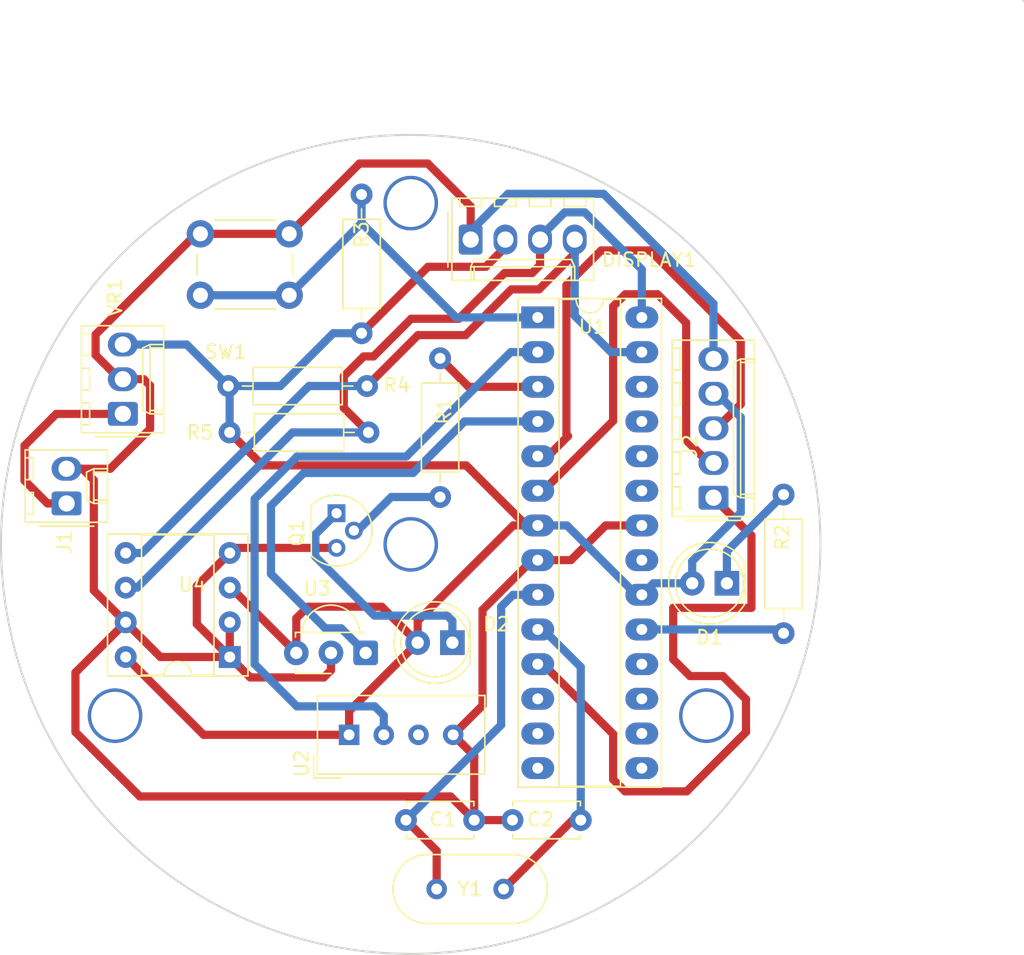
<source format=kicad_pcb>
(kicad_pcb (version 20211014) (generator pcbnew)
  (layers (0 "F.Cu" signal) (31 "B.Cu" signal) (34 "B.Paste" user) (35 "F.Paste" user) (36 "B.SilkS" user "B.Silkscreen") (37 "F.SilkS" user "F.Silkscreen") (38 "B.Mask" user) (39 "F.Mask" user) (44 "Edge.Cuts" user))
  (net 0 "")
  (net 1 "GND")
  (net 2 "Net-(DISPLAY1-Pad4)")
  (net 3 "Net-(C1-Pad1)")
  (net 4 "Net-(C2-Pad1)")
  (net 5 "Net-(DISPLAY1-Pad3)")
  (net 6 "Net-(J2-Pad1)")
  (net 7 "Net-(Q1-Pad2)")
  (net 8 "Net-(D1-Pad1)")
  (net 9 "Net-(J2-Pad2)")
  (net 10 "Net-(J2-Pad3)")
  (net 11 "AREF")
  (net 12 "Net-(R1-Pad1)")
  (net 13 "Net-(J1-Pad1)")
  (net 14 "Net-(D1-Pad2)")
  (net 15 "Net-(D2-PadA)")
  (net 16 "Net-(R2-Pad2)")
  (net 17 "Net-(R3-Pad1)")
  (net 18 "Net-(U1-Pad2)")
  (net 19 "Net-(U1-Pad4)")
  (footprint "Package_DIP:DIP-28_W7.62mm_Socket_LongPads" (layer "F.Cu") (at 153.781802 87.906802)
    (fp_text reference "U1" (at 4 0.675) (layer "F.SilkS"))
    (fp_text value "ATmega328-P")
    (fp_line (start 6.06 -1.33) (end 4.81 -1.33) (layer "F.SilkS") (width 0.12))
    (fp_line (start -1.44 34.41) (end 9.06 34.41) (layer "F.SilkS") (width 0.12))
    (fp_line (start -1.44 -1.39) (end -1.44 34.41) (layer "F.SilkS") (width 0.12))
    (fp_line (start 1.56 -1.33) (end 1.56 34.35) (layer "F.SilkS") (width 0.12))
    (fp_line (start 9.06 -1.39) (end -1.44 -1.39) (layer "F.SilkS") (width 0.12))
    (fp_line (start 6.06 34.35) (end 6.06 -1.33) (layer "F.SilkS") (width 0.12))
    (fp_line (start 2.81 -1.33) (end 1.56 -1.33) (layer "F.SilkS") (width 0.12))
    (fp_line (start 1.56 34.35) (end 6.06 34.35) (layer "F.SilkS") (width 0.12))
    (fp_line (start 9.06 34.41) (end 9.06 -1.39) (layer "F.SilkS") (width 0.12))
    (fp_arc (start 4.81 -1.33) (mid 3.81 -0.33) (end 2.81 -1.33) (layer "F.SilkS") (width 0.12))
    (pad "1" thru_hole rect (at 0 0) (size 2.4 1.6) (drill 0.8) (layers *.Cu *.Mask) (net 17 "Net-(R3-Pad1)"))
    (pad "2" thru_hole oval (at 0 2.54) (size 2.4 1.6) (drill 0.8) (layers *.Cu *.Mask) (net 18 "Net-(U1-Pad2)"))
    (pad "3" thru_hole oval (at 0 5.08) (size 2.4 1.6) (drill 0.8) (layers *.Cu *.Mask) (net 12 "Net-(R1-Pad1)"))
    (pad "4" thru_hole oval (at 0 7.62) (size 2.4 1.6) (drill 0.8) (layers *.Cu *.Mask) (net 19 "Net-(U1-Pad4)"))
    (pad "5" thru_hole oval (at 0 10.16) (size 2.4 1.6) (drill 0.8) (layers *.Cu *.Mask) (net 10 "Net-(J2-Pad3)"))
    (pad "6" thru_hole oval (at 0 12.7) (size 2.4 1.6) (drill 0.8) (layers *.Cu *.Mask) (net 9 "Net-(J2-Pad2)"))
    (pad "7" thru_hole oval (at 0 15.24) (size 2.4 1.6) (drill 0.8) (layers *.Cu *.Mask) (net 14 "Net-(D1-Pad2)"))
    (pad "8" thru_hole oval (at 0 17.78) (size 2.4 1.6) (drill 0.8) (layers *.Cu *.Mask) (net 1 "GND"))
    (pad "9" thru_hole oval (at 0 20.32) (size 2.4 1.6) (drill 0.8) (layers *.Cu *.Mask) (net 3 "Net-(C1-Pad1)"))
    (pad "10" thru_hole oval (at 0 22.86) (size 2.4 1.6) (drill 0.8) (layers *.Cu *.Mask) (net 4 "Net-(C2-Pad1)"))
    (pad "11" thru_hole oval (at 0 25.4) (size 2.4 1.6) (drill 0.8) (layers *.Cu *.Mask) (net 6 "Net-(J2-Pad1)"))
    (pad "12" thru_hole oval (at 0 27.94) (size 2.4 1.6) (drill 0.8) (layers *.Cu *.Mask))
    (pad "13" thru_hole oval (at 0 30.48) (size 2.4 1.6) (drill 0.8) (layers *.Cu *.Mask))
    (pad "14" thru_hole oval (at 0 33.02) (size 2.4 1.6) (drill 0.8) (layers *.Cu *.Mask))
    (pad "15" thru_hole oval (at 7.62 33.02) (size 2.4 1.6) (drill 0.8) (layers *.Cu *.Mask))
    (pad "16" thru_hole oval (at 7.62 30.48) (size 2.4 1.6) (drill 0.8) (layers *.Cu *.Mask))
    (pad "17" thru_hole oval (at 7.62 27.94) (size 2.4 1.6) (drill 0.8) (layers *.Cu *.Mask))
    (pad "18" thru_hole oval (at 7.62 25.4) (size 2.4 1.6) (drill 0.8) (layers *.Cu *.Mask))
    (pad "19" thru_hole oval (at 7.62 22.86) (size 2.4 1.6) (drill 0.8) (layers *.Cu *.Mask) (net 16 "Net-(R2-Pad2)"))
    (pad "20" thru_hole oval (at 7.62 20.32) (size 2.4 1.6) (drill 0.8) (layers *.Cu *.Mask) (net 14 "Net-(D1-Pad2)"))
    (pad "21" thru_hole oval (at 7.62 17.78) (size 2.4 1.6) (drill 0.8) (layers *.Cu *.Mask) (net 11 "AREF"))
    (pad "22" thru_hole oval (at 7.62 15.24) (size 2.4 1.6) (drill 0.8) (layers *.Cu *.Mask) (net 1 "GND"))
    (pad "23" thru_hole oval (at 7.62 12.7) (size 2.4 1.6) (drill 0.8) (layers *.Cu *.Mask))
    (pad "24" thru_hole oval (at 7.62 10.16) (size 2.4 1.6) (drill 0.8) (layers *.Cu *.Mask))
    (pad "25" thru_hole oval (at 7.62 7.62) (size 2.4 1.6) (drill 0.8) (layers *.Cu *.Mask))
    (pad "26" thru_hole oval (at 7.62 5.08) (size 2.4 1.6) (drill 0.8) (layers *.Cu *.Mask))
    (pad "27" thru_hole oval (at 7.62 2.54) (size 2.4 1.6) (drill 0.8) (layers *.Cu *.Mask) (net 2 "Net-(DISPLAY1-Pad4)"))
    (pad "28" thru_hole oval (at 7.62 0) (size 2.4 1.6) (drill 0.8) (layers *.Cu *.Mask) (net 5 "Net-(DISPLAY1-Pad3)"))
  )
  (footprint "Crystal:Crystal_HC18-U_Vertical" (layer "F.Cu") (at 146.381802 129.781802)
    (fp_text reference "Y1" (at 2.45 0) (layer "F.SilkS"))
    (fp_text value "16MHZ" hide)
    (fp_line (start -0.675 -2.525) (end 5.575 -2.525) (layer "F.SilkS") (width 0.12))
    (fp_line (start -0.675 2.525) (end 5.575 2.525) (layer "F.SilkS") (width 0.12))
    (fp_arc (start -0.675 2.525) (mid -3.2 0) (end -0.675 -2.525) (layer "F.SilkS") (width 0.12))
    (fp_arc (start 5.575 -2.525) (mid 8.1 0) (end 5.575 2.525) (layer "F.SilkS") (width 0.12))
    (pad "1" thru_hole circle (at 0 0) (size 1.5 1.5) (drill 0.8) (layers *.Cu *.Mask) (net 3 "Net-(C1-Pad1)"))
    (pad "2" thru_hole circle (at 4.9 0) (size 1.5 1.5) (drill 0.8) (layers *.Cu *.Mask) (net 4 "Net-(C2-Pad1)"))
  )
  (footprint "Resistor_THT:R_Axial_DIN0207_L6.3mm_D2.5mm_P10.16mm_Horizontal" (layer "F.Cu") (at 140.881802 78.901802 -90)
    (fp_text reference "R3" (at 2.93 0 90) (layer "F.SilkS"))
    (fp_text value "100")
    (fp_line (start 1.81 1.37) (end 8.35 1.37) (layer "F.SilkS") (width 0.12))
    (fp_line (start 8.35 -1.37) (end 1.81 -1.37) (layer "F.SilkS") (width 0.12))
    (fp_line (start 1.81 -1.37) (end 1.81 1.37) (layer "F.SilkS") (width 0.12))
    (fp_line (start 9.12 0) (end 8.35 0) (layer "F.SilkS") (width 0.12))
    (fp_line (start 8.35 1.37) (end 8.35 -1.37) (layer "F.SilkS") (width 0.12))
    (fp_line (start 1.04 0) (end 1.81 0) (layer "F.SilkS") (width 0.12))
    (pad "1" thru_hole circle (at 0 0 270) (size 1.6 1.6) (drill 0.8) (layers *.Cu *.Mask) (net 17 "Net-(R3-Pad1)"))
    (pad "2" thru_hole oval (at 10.16 0 270) (size 1.6 1.6) (drill 0.8) (layers *.Cu *.Mask) (net 14 "Net-(D1-Pad2)"))
  )
  (footprint "Connector_Molex:Molex_KK-254_AE-6410-03A_1x03_P2.54mm_Vertical" (layer "F.Cu") (at 123.401802 94.971802 90)
    (fp_text reference "VR1" (at 8.54 -0.57 90) (layer "F.SilkS"))
    (fp_text value "L7805")
    (fp_line (start 0 1.99) (end 0.25 1.46) (layer "F.SilkS") (width 0.12))
    (fp_line (start 4.28 -3.03) (end 4.28 -2.43) (layer "F.SilkS") (width 0.12))
    (fp_line (start 0 2.99) (end 0 1.99) (layer "F.SilkS") (width 0.12))
    (fp_line (start -0.8 -3.03) (end -0.8 -2.43) (layer "F.SilkS") (width 0.12))
    (fp_line (start 5.88 -2.43) (end 5.88 -3.03) (layer "F.SilkS") (width 0.12))
    (fp_line (start 4.83 1.46) (end 5.08 1.99) (layer "F.SilkS") (width 0.12))
    (fp_line (start 0 1.99) (end 5.08 1.99) (layer "F.SilkS") (width 0.12))
    (fp_line (start 1.74 -2.43) (end 3.34 -2.43) (layer "F.SilkS") (width 0.12))
    (fp_line (start 4.28 -2.43) (end 5.88 -2.43) (layer "F.SilkS") (width 0.12))
    (fp_line (start 0.25 2.99) (end 0.25 1.99) (layer "F.SilkS") (width 0.12))
    (fp_line (start -0.8 -2.43) (end 0.8 -2.43) (layer "F.SilkS") (width 0.12))
    (fp_line (start 0.25 1.46) (end 4.83 1.46) (layer "F.SilkS") (width 0.12))
    (fp_line (start 0.8 -2.43) (end 0.8 -3.03) (layer "F.SilkS") (width 0.12))
    (fp_line (start 4.83 2.99) (end 4.83 1.99) (layer "F.SilkS") (width 0.12))
    (fp_line (start -1.38 2.99) (end 6.46 2.99) (layer "F.SilkS") (width 0.12))
    (fp_line (start 6.46 2.99) (end 6.46 -3.03) (layer "F.SilkS") (width 0.12))
    (fp_line (start 5.08 1.99) (end 5.08 2.99) (layer "F.SilkS") (width 0.12))
    (fp_line (start 3.34 -2.43) (end 3.34 -3.03) (layer "F.SilkS") (width 0.12))
    (fp_line (start -1.67 -2) (end -1.67 2) (layer "F.SilkS") (width 0.12))
    (fp_line (start 1.74 -3.03) (end 1.74 -2.43) (layer "F.SilkS") (width 0.12))
    (fp_line (start -1.38 -3.03) (end -1.38 2.99) (layer "F.SilkS") (width 0.12))
    (fp_line (start 6.46 -3.03) (end -1.38 -3.03) (layer "F.SilkS") (width 0.12))
    (pad "1" thru_hole roundrect (at 0 0 90) (size 1.74 2.19) (drill 1.19) (layers *.Cu *.Mask) (roundrect_rratio 0.1436781609) (net 13 "Net-(J1-Pad1)"))
    (pad "2" thru_hole oval (at 2.54 0 90) (size 1.74 2.19) (drill 1.19) (layers *.Cu *.Mask) (net 1 "GND"))
    (pad "3" thru_hole oval (at 5.08 0 90) (size 1.74 2.19) (drill 1.19) (layers *.Cu *.Mask) (net 14 "Net-(D1-Pad2)"))
  )
  (footprint "Button_Switch_THT:SW_PUSH_6mm" (layer "F.Cu") (at 129.081802 81.781802)
    (fp_text reference "SW1" (at 1.85 8.65) (layer "F.SilkS"))
    (fp_text value "SW_Push")
    (fp_line (start 5.5 -1) (end 1 -1) (layer "F.SilkS") (width 0.12))
    (fp_line (start 6.75 3) (end 6.75 1.5) (layer "F.SilkS") (width 0.12))
    (fp_line (start 1 5.5) (end 5.5 5.5) (layer "F.SilkS") (width 0.12))
    (fp_line (start -0.25 1.5) (end -0.25 3) (layer "F.SilkS") (width 0.12))
    (pad "1" thru_hole circle (at 0 0 90) (size 2 2) (drill 1.1) (layers *.Cu *.Mask) (net 1 "GND"))
    (pad "1" thru_hole circle (at 6.5 0 90) (size 2 2) (drill 1.1) (layers *.Cu *.Mask) (net 1 "GND"))
    (pad "2" thru_hole circle (at 0 4.5 90) (size 2 2) (drill 1.1) (layers *.Cu *.Mask) (net 17 "Net-(R3-Pad1)"))
    (pad "2" thru_hole circle (at 6.5 4.5 90) (size 2 2) (drill 1.1) (layers *.Cu *.Mask) (net 17 "Net-(R3-Pad1)"))
  )
  (footprint "Resistor_THT:R_Axial_DIN0207_L6.3mm_D2.5mm_P10.16mm_Horizontal" (layer "F.Cu") (at 146.631802 90.901802 -90)
    (fp_text reference "R1" (at 3.88 -0.3 90) (layer "F.SilkS"))
    (fp_text value "470")
    (fp_line (start 8.35 -1.37) (end 1.81 -1.37) (layer "F.SilkS") (width 0.12))
    (fp_line (start 1.81 1.37) (end 8.35 1.37) (layer "F.SilkS") (width 0.12))
    (fp_line (start 9.12 0) (end 8.35 0) (layer "F.SilkS") (width 0.12))
    (fp_line (start 1.81 -1.37) (end 1.81 1.37) (layer "F.SilkS") (width 0.12))
    (fp_line (start 1.04 0) (end 1.81 0) (layer "F.SilkS") (width 0.12))
    (fp_line (start 8.35 1.37) (end 8.35 -1.37) (layer "F.SilkS") (width 0.12))
    (pad "1" thru_hole circle (at 0 0 270) (size 1.6 1.6) (drill 0.8) (layers *.Cu *.Mask) (net 12 "Net-(R1-Pad1)"))
    (pad "2" thru_hole oval (at 10.16 0 270) (size 1.6 1.6) (drill 0.8) (layers *.Cu *.Mask) (net 7 "Net-(Q1-Pad2)"))
  )
  (footprint "Package_DIP:DIP-8_W7.62mm_Socket" (layer "F.Cu") (at 131.231802 112.781802 180)
    (fp_text reference "U4" (at 2.75 5.3) (layer "F.SilkS"))
    (fp_text value "CAT24C256")
    (fp_line (start 8.95 -1.39) (end -1.33 -1.39) (layer "F.SilkS") (width 0.12))
    (fp_line (start 6.46 -1.33) (end 4.81 -1.33) (layer "F.SilkS") (width 0.12))
    (fp_line (start 2.81 -1.33) (end 1.16 -1.33) (layer "F.SilkS") (width 0.12))
    (fp_line (start 1.16 8.95) (end 6.46 8.95) (layer "F.SilkS") (width 0.12))
    (fp_line (start 6.46 8.95) (end 6.46 -1.33) (layer "F.SilkS") (width 0.12))
    (fp_line (start 1.16 -1.33) (end 1.16 8.95) (layer "F.SilkS") (width 0.12))
    (fp_line (start 8.95 9.01) (end 8.95 -1.39) (layer "F.SilkS") (width 0.12))
    (fp_line (start -1.33 9.01) (end 8.95 9.01) (layer "F.SilkS") (width 0.12))
    (fp_line (start -1.33 -1.39) (end -1.33 9.01) (layer "F.SilkS") (width 0.12))
    (fp_arc (start 4.81 -1.33) (mid 3.81 -0.33) (end 2.81 -1.33) (layer "F.SilkS") (width 0.12))
    (pad "1" thru_hole rect (at 0 0 180) (size 1.6 1.6) (drill 0.8) (layers *.Cu *.Mask) (net 1 "GND"))
    (pad "2" thru_hole oval (at 0 2.54 180) (size 1.6 1.6) (drill 0.8) (layers *.Cu *.Mask) (net 1 "GND"))
    (pad "3" thru_hole oval (at 0 5.08 180) (size 1.6 1.6) (drill 0.8) (layers *.Cu *.Mask) (net 14 "Net-(D1-Pad2)"))
    (pad "4" thru_hole oval (at 0 7.62 180) (size 1.6 1.6) (drill 0.8) (layers *.Cu *.Mask) (net 1 "GND"))
    (pad "5" thru_hole oval (at 7.62 7.62 180) (size 1.6 1.6) (drill 0.8) (layers *.Cu *.Mask) (net 2 "Net-(DISPLAY1-Pad4)"))
    (pad "6" thru_hole oval (at 7.62 5.08 180) (size 1.6 1.6) (drill 0.8) (layers *.Cu *.Mask) (net 5 "Net-(DISPLAY1-Pad3)"))
    (pad "7" thru_hole oval (at 7.62 2.54 180) (size 1.6 1.6) (drill 0.8) (layers *.Cu *.Mask) (net 1 "GND"))
    (pad "8" thru_hole oval (at 7.62 0 180) (size 1.6 1.6) (drill 0.8) (layers *.Cu *.Mask) (net 14 "Net-(D1-Pad2)"))
  )
  (footprint "Connector_Molex:Molex_KK-254_AE-6410-02A_1x02_P2.54mm_Vertical" (layer "F.Cu") (at 119.281802 101.531802 90)
    (fp_text reference "J1" (at -2.85 -0.15 90) (layer "F.SilkS"))
    (fp_text value "Conn_01x02_Male")
    (fp_line (start 0 1.99) (end 0.25 1.46) (layer "F.SilkS") (width 0.12))
    (fp_line (start -0.8 -2.43) (end 0.8 -2.43) (layer "F.SilkS") (width 0.12))
    (fp_line (start -1.67 -2) (end -1.67 2) (layer "F.SilkS") (width 0.12))
    (fp_line (start 3.34 -2.43) (end 3.34 -3.03) (layer "F.SilkS") (width 0.12))
    (fp_line (start -0.8 -3.03) (end -0.8 -2.43) (layer "F.SilkS") (width 0.12))
    (fp_line (start 3.92 2.99) (end 3.92 -3.03) (layer "F.SilkS") (width 0.12))
    (fp_line (start -1.38 2.99) (end 3.92 2.99) (layer "F.SilkS") (width 0.12))
    (fp_line (start 2.29 2.99) (end 2.29 1.99) (layer "F.SilkS") (width 0.12))
    (fp_line (start -1.38 -3.03) (end -1.38 2.99) (layer "F.SilkS") (width 0.12))
    (fp_line (start 0.25 1.46) (end 2.29 1.46) (layer "F.SilkS") (width 0.12))
    (fp_line (start 2.29 1.46) (end 2.54 1.99) (layer "F.SilkS") (width 0.12))
    (fp_line (start 0 2.99) (end 0 1.99) (layer "F.SilkS") (width 0.12))
    (fp_line (start 0 1.99) (end 2.54 1.99) (layer "F.SilkS") (width 0.12))
    (fp_line (start 1.74 -2.43) (end 3.34 -2.43) (layer "F.SilkS") (width 0.12))
    (fp_line (start 1.74 -3.03) (end 1.74 -2.43) (layer "F.SilkS") (width 0.12))
    (fp_line (start 0.8 -2.43) (end 0.8 -3.03) (layer "F.SilkS") (width 0.12))
    (fp_line (start 3.92 -3.03) (end -1.38 -3.03) (layer "F.SilkS") (width 0.12))
    (fp_line (start 2.54 1.99) (end 2.54 2.99) (layer "F.SilkS") (width 0.12))
    (fp_line (start 0.25 2.99) (end 0.25 1.99) (layer "F.SilkS") (width 0.12))
    (pad "1" thru_hole roundrect (at 0 0 90) (size 1.74 2.19) (drill 1.19) (layers *.Cu *.Mask) (roundrect_rratio 0.1436781609) (net 13 "Net-(J1-Pad1)"))
    (pad "2" thru_hole oval (at 2.54 0 90) (size 1.74 2.19) (drill 1.19) (layers *.Cu *.Mask) (net 1 "GND"))
  )
  (footprint "Connector_Molex:Molex_KK-254_AE-6410-04A_1x04_P2.54mm_Vertical" (layer "F.Cu") (at 148.871802 82.201802)
    (fp_text reference "DISPLAY1" (at 13.06 1.48) (layer "F.SilkS"))
    (fp_text value "SSD1306")
    (fp_line (start 0 2.99) (end 0 1.99) (layer "F.SilkS") (width 0.12))
    (fp_line (start 4.28 -2.43) (end 5.88 -2.43) (layer "F.SilkS") (width 0.12))
    (fp_line (start 8.42 -2.43) (end 8.42 -3.03) (layer "F.SilkS") (width 0.12))
    (fp_line (start 0 1.99) (end 0.25 1.46) (layer "F.SilkS") (width 0.12))
    (fp_line (start -0.8 -2.43) (end 0.8 -2.43) (layer "F.SilkS") (width 0.12))
    (fp_line (start 7.37 2.99) (end 7.37 1.99) (layer "F.SilkS") (width 0.12))
    (fp_line (start 4.28 -3.03) (end 4.28 -2.43) (layer "F.SilkS") (width 0.12))
    (fp_line (start -1.67 -2) (end -1.67 2) (layer "F.SilkS") (width 0.12))
    (fp_line (start 0 1.99) (end 7.62 1.99) (layer "F.SilkS") (width 0.12))
    (fp_line (start 7.62 1.99) (end 7.62 2.99) (layer "F.SilkS") (width 0.12))
    (fp_line (start 9 2.99) (end 9 -3.03) (layer "F.SilkS") (width 0.12))
    (fp_line (start -1.38 2.99) (end 9 2.99) (layer "F.SilkS") (width 0.12))
    (fp_line (start 0.25 2.99) (end 0.25 1.99) (layer "F.SilkS") (width 0.12))
    (fp_line (start 7.37 1.46) (end 7.62 1.99) (layer "F.SilkS") (width 0.12))
    (fp_line (start 3.34 -2.43) (end 3.34 -3.03) (layer "F.SilkS") (width 0.12))
    (fp_line (start -0.8 -3.03) (end -0.8 -2.43) (layer "F.SilkS") (width 0.12))
    (fp_line (start 6.82 -2.43) (end 8.42 -2.43) (layer "F.SilkS") (width 0.12))
    (fp_line (start 1.74 -3.03) (end 1.74 -2.43) (layer "F.SilkS") (width 0.12))
    (fp_line (start 9 -3.03) (end -1.38 -3.03) (layer "F.SilkS") (width 0.12))
    (fp_line (start 0.25 1.46) (end 7.37 1.46) (layer "F.SilkS") (width 0.12))
    (fp_line (start -1.38 -3.03) (end -1.38 2.99) (layer "F.SilkS") (width 0.12))
    (fp_line (start 1.74 -2.43) (end 3.34 -2.43) (layer "F.SilkS") (width 0.12))
    (fp_line (start 0.8 -2.43) (end 0.8 -3.03) (layer "F.SilkS") (width 0.12))
    (fp_line (start 5.88 -2.43) (end 5.88 -3.03) (layer "F.SilkS") (width 0.12))
    (fp_line (start 6.82 -3.03) (end 6.82 -2.43) (layer "F.SilkS") (width 0.12))
    (pad "1" thru_hole roundrect (at 0 0) (size 1.74 2.19) (drill 1.19) (layers *.Cu *.Mask) (roundrect_rratio 0.1436781609) (net 1 "GND"))
    (pad "2" thru_hole oval (at 2.54 0) (size 1.74 2.19) (drill 1.19) (layers *.Cu *.Mask) (net 14 "Net-(D1-Pad2)"))
    (pad "3" thru_hole oval (at 5.08 0) (size 1.74 2.19) (drill 1.19) (layers *.Cu *.Mask) (net 5 "Net-(DISPLAY1-Pad3)"))
    (pad "4" thru_hole oval (at 7.62 0) (size 1.74 2.19) (drill 1.19) (layers *.Cu *.Mask) (net 2 "Net-(DISPLAY1-Pad4)"))
  )
  (footprint "Capacitor_THT:C_Disc_D4.7mm_W2.5mm_P5.00mm" (layer "F.Cu") (at 144.131802 124.731802)
    (fp_text reference "C1" (at 2.7 -0.05) (layer "F.SilkS"))
    (fp_text value "22UF" hide)
    (fp_line (start 0.03 -1.37) (end 4.97 -1.37) (layer "F.SilkS") (width 0.12))
    (fp_line (start 0.03 1.37) (end 4.97 1.37) (layer "F.SilkS") (width 0.12))
    (fp_line (start 4.97 -1.37) (end 4.97 -1.055) (layer "F.SilkS") (width 0.12))
    (fp_line (start 0.03 1.055) (end 0.03 1.37) (layer "F.SilkS") (width 0.12))
    (fp_line (start 0.03 -1.37) (end 0.03 -1.055) (layer "F.SilkS") (width 0.12))
    (fp_line (start 4.97 1.055) (end 4.97 1.37) (layer "F.SilkS") (width 0.12))
    (pad "1" thru_hole circle (at 0 0) (size 1.6 1.6) (drill 0.8) (layers *.Cu *.Mask) (net 3 "Net-(C1-Pad1)"))
    (pad "2" thru_hole circle (at 5 0) (size 1.6 1.6) (drill 0.8) (layers *.Cu *.Mask) (net 1 "GND"))
  )
  (footprint "LED_THT:LED_D5.0mm" (layer "F.Cu") (at 167.631802 107.381802 180)
    (fp_text reference "D1" (at 1.27 -3.96) (layer "F.SilkS"))
    (fp_text value "LED")
    (fp_line (start -1.29 -1.545) (end -1.29 1.545) (layer "F.SilkS") (width 0.12))
    (fp_arc (start -1.29 -1.54483) (mid 2.072002 -2.880433) (end 4.26 0.000462) (layer "F.SilkS") (width 0.12))
    (fp_arc (start 4.26 -0.000462) (mid 2.072002 2.880433) (end -1.29 1.54483) (layer "F.SilkS") (width 0.12))
    (fp_circle (center 1.27 0) (end 3.77 0) (layer "F.SilkS") (width 0.12) (fill none))
    (pad "1" thru_hole rect (at 0 0 180) (size 1.8 1.8) (drill 0.9) (layers *.Cu *.Mask) (net 8 "Net-(D1-Pad1)"))
    (pad "2" thru_hole circle (at 2.54 0 180) (size 1.8 1.8) (drill 0.9) (layers *.Cu *.Mask) (net 14 "Net-(D1-Pad2)"))
  )
  (footprint "Capacitor_THT:C_Disc_D4.7mm_W2.5mm_P5.00mm" (layer "F.Cu") (at 156.931802 124.731802 180)
    (fp_text reference "C2" (at 2.95 0.05) (layer "F.SilkS"))
    (fp_text value "22UF" hide)
    (fp_line (start 0.03 1.055) (end 0.03 1.37) (layer "F.SilkS") (width 0.12))
    (fp_line (start 0.03 -1.37) (end 4.97 -1.37) (layer "F.SilkS") (width 0.12))
    (fp_line (start 0.03 1.37) (end 4.97 1.37) (layer "F.SilkS") (width 0.12))
    (fp_line (start 4.97 1.055) (end 4.97 1.37) (layer "F.SilkS") (width 0.12))
    (fp_line (start 0.03 -1.37) (end 0.03 -1.055) (layer "F.SilkS") (width 0.12))
    (fp_line (start 4.97 -1.37) (end 4.97 -1.055) (layer "F.SilkS") (width 0.12))
    (pad "1" thru_hole circle (at 0 0 180) (size 1.6 1.6) (drill 0.8) (layers *.Cu *.Mask) (net 4 "Net-(C2-Pad1)"))
    (pad "2" thru_hole circle (at 5 0 180) (size 1.6 1.6) (drill 0.8) (layers *.Cu *.Mask) (net 1 "GND"))
  )
  (footprint "Connector_Molex:Molex_KK-254_AE-6410-05A_1x05_P2.54mm_Vertical" (layer "F.Cu") (at 166.651802 101.111802 90)
    (fp_text reference "J2" (at 3.78 -1.72 90) (layer "F.SilkS"))
    (fp_text value "Conn_01x05_Male")
    (fp_line (start 5.88 -2.43) (end 5.88 -3.03) (layer "F.SilkS") (width 0.12))
    (fp_line (start 6.82 -3.03) (end 6.82 -2.43) (layer "F.SilkS") (width 0.12))
    (fp_line (start 10.16 1.99) (end 10.16 2.99) (layer "F.SilkS") (width 0.12))
    (fp_line (start -1.67 -2) (end -1.67 2) (layer "F.SilkS") (width 0.12))
    (fp_line (start 0.25 2.99) (end 0.25 1.99) (layer "F.SilkS") (width 0.12))
    (fp_line (start 4.28 -3.03) (end 4.28 -2.43) (layer "F.SilkS") (width 0.12))
    (fp_line (start 11.54 -3.03) (end -1.38 -3.03) (layer "F.SilkS") (width 0.12))
    (fp_line (start -0.8 -3.03) (end -0.8 -2.43) (layer "F.SilkS") (width 0.12))
    (fp_line (start 1.74 -2.43) (end 3.34 -2.43) (layer "F.SilkS") (width 0.12))
    (fp_line (start 0 2.99) (end 0 1.99) (layer "F.SilkS") (width 0.12))
    (fp_line (start 9.36 -3.03) (end 9.36 -2.43) (layer "F.SilkS") (width 0.12))
    (fp_line (start 0 1.99) (end 0.25 1.46) (layer "F.SilkS") (width 0.12))
    (fp_line (start 10.96 -2.43) (end 10.96 -3.03) (layer "F.SilkS") (width 0.12))
    (fp_line (start 11.54 2.99) (end 11.54 -3.03) (layer "F.SilkS") (width 0.12))
    (fp_line (start 1.74 -3.03) (end 1.74 -2.43) (layer "F.SilkS") (width 0.12))
    (fp_line (start 0.8 -2.43) (end 0.8 -3.03) (layer "F.SilkS") (width 0.12))
    (fp_line (start 6.82 -2.43) (end 8.42 -2.43) (layer "F.SilkS") (width 0.12))
    (fp_line (start 3.34 -2.43) (end 3.34 -3.03) (layer "F.SilkS") (width 0.12))
    (fp_line (start -1.38 -3.03) (end -1.38 2.99) (layer "F.SilkS") (width 0.12))
    (fp_line (start 9.36 -2.43) (end 10.96 -2.43) (layer "F.SilkS") (width 0.12))
    (fp_line (start -1.38 2.99) (end 11.54 2.99) (layer "F.SilkS") (width 0.12))
    (fp_line (start -0.8 -2.43) (end 0.8 -2.43) (layer "F.SilkS") (width 0.12))
    (fp_line (start 9.91 1.46) (end 10.16 1.99) (layer "F.SilkS") (width 0.12))
    (fp_line (start 9.91 2.99) (end 9.91 1.99) (layer "F.SilkS") (width 0.12))
    (fp_line (start 4.28 -2.43) (end 5.88 -2.43) (layer "F.SilkS") (width 0.12))
    (fp_line (start 0 1.99) (end 10.16 1.99) (layer "F.SilkS") (width 0.12))
    (fp_line (start 0.25 1.46) (end 9.91 1.46) (layer "F.SilkS") (width 0.12))
    (fp_line (start 8.42 -2.43) (end 8.42 -3.03) (layer "F.SilkS") (width 0.12))
    (pad "1" thru_hole roundrect (at 0 0 90) (size 1.74 2.19) (drill 1.19) (layers *.Cu *.Mask) (roundrect_rratio 0.1436781609) (net 6 "Net-(J2-Pad1)"))
    (pad "2" thru_hole oval (at 2.54 0 90) (size 1.74 2.19) (drill 1.19) (layers *.Cu *.Mask) (net 9 "Net-(J2-Pad2)"))
    (pad "3" thru_hole oval (at 5.08 0 90) (size 1.74 2.19) (drill 1.19) (layers *.Cu *.Mask) (net 10 "Net-(J2-Pad3)"))
    (pad "4" thru_hole oval (at 7.62 0 90) (size 1.74 2.19) (drill 1.19) (layers *.Cu *.Mask) (net 14 "Net-(D1-Pad2)"))
    (pad "5" thru_hole oval (at 10.16 0 90) (size 1.74 2.19) (drill 1.19) (layers *.Cu *.Mask) (net 1 "GND"))
  )
  (footprint "Resistor_THT:R_Axial_DIN0207_L6.3mm_D2.5mm_P10.16mm_Horizontal" (layer "F.Cu") (at 141.381802 96.331802 180)
    (fp_text reference "R5" (at 12.33 0) (layer "F.SilkS"))
    (fp_text value "4.7k")
    (fp_line (start 1.81 1.37) (end 8.35 1.37) (layer "F.SilkS") (width 0.12))
    (fp_line (start 8.35 -1.37) (end 1.81 -1.37) (layer "F.SilkS") (width 0.12))
    (fp_line (start 1.81 -1.37) (end 1.81 1.37) (layer "F.SilkS") (width 0.12))
    (fp_line (start 9.12 0) (end 8.35 0) (layer "F.SilkS") (width 0.12))
    (fp_line (start 1.04 0) (end 1.81 0) (layer "F.SilkS") (width 0.12))
    (fp_line (start 8.35 1.37) (end 8.35 -1.37) (layer "F.SilkS") (width 0.12))
    (pad "1" thru_hole circle (at 0 0 180) (size 1.6 1.6) (drill 0.8) (layers *.Cu *.Mask) (net 5 "Net-(DISPLAY1-Pad3)"))
    (pad "2" thru_hole oval (at 10.16 0 180) (size 1.6 1.6) (drill 0.8) (layers *.Cu *.Mask) (net 14 "Net-(D1-Pad2)"))
  )
  (footprint "LED_THT:LED_D5.0mm" (layer "F.Cu") (at 147.531802 111.731802 180)
    (fp_text reference "D2" (at -3.225 1.35) (layer "F.SilkS"))
    (fp_text value "IR_EMITTER")
    (fp_line (start -1.29 -1.545) (end -1.29 1.545) (layer "F.SilkS") (width 0.12))
    (fp_arc (start 4.26 -0.000462) (mid 2.072002 2.880433) (end -1.29 1.54483) (layer "F.SilkS") (width 0.12))
    (fp_arc (start -1.29 -1.54483) (mid 2.072002 -2.880433) (end 4.26 0.000462) (layer "F.SilkS") (width 0.12))
    (fp_circle (center 1.27 0) (end 3.77 0) (layer "F.SilkS") (width 0.12) (fill none))
    (pad "1" thru_hole rect (at 0 0 180) (size 1.8 1.8) (drill 0.9) (layers *.Cu *.Mask) (net 15 "Net-(D2-PadA)"))
    (pad "2" thru_hole circle (at 2.54 0 180) (size 1.8 1.8) (drill 0.9) (layers *.Cu *.Mask) (net 14 "Net-(D1-Pad2)"))
  )
  (footprint "Resistor_THT:R_Axial_DIN0207_L6.3mm_D2.5mm_P10.16mm_Horizontal" (layer "F.Cu") (at 171.781802 100.881802 -90)
    (fp_text reference "R2" (at 3.13 0.1 -270) (layer "F.SilkS"))
    (fp_text value "100")
    (fp_line (start 1.81 1.37) (end 8.35 1.37) (layer "F.SilkS") (width 0.12))
    (fp_line (start 1.04 0) (end 1.81 0) (layer "F.SilkS") (width 0.12))
    (fp_line (start 9.12 0) (end 8.35 0) (layer "F.SilkS") (width 0.12))
    (fp_line (start 8.35 1.37) (end 8.35 -1.37) (layer "F.SilkS") (width 0.12))
    (fp_line (start 1.81 -1.37) (end 1.81 1.37) (layer "F.SilkS") (width 0.12))
    (fp_line (start 8.35 -1.37) (end 1.81 -1.37) (layer "F.SilkS") (width 0.12))
    (pad "1" thru_hole circle (at 0 0 270) (size 1.6 1.6) (drill 0.8) (layers *.Cu *.Mask) (net 8 "Net-(D1-Pad1)"))
    (pad "2" thru_hole oval (at 10.16 0 270) (size 1.6 1.6) (drill 0.8) (layers *.Cu *.Mask) (net 16 "Net-(R2-Pad2)"))
  )
  (footprint "OptoDevice:Vishay_MINICAST-3Pin" (layer "F.Cu") (at 141.181802 112.481802 180)
    (fp_text reference "U3" (at 3.55 4.7) (layer "F.SilkS"))
    (fp_text value "TSOP382xx")
    (fp_line (start 5.14 1.16) (end 5.14 1.5) (layer "F.SilkS") (width 0.12))
    (fp_line (start 5.14 -1.51) (end 2.54 -1.51) (layer "F.SilkS") (width 0.12))
    (fp_line (start 5.14 -1.16) (end 5.14 -1.51) (layer "F.SilkS") (width 0.12))
    (fp_line (start 5.14 1.5) (end 0.05 1.5) (layer "F.SilkS") (width 0.12))
    (fp_arc (start 4.64 1.5) (mid 2.540869 3.502379) (end 0.440083 1.501736) (layer "F.SilkS") (width 0.12))
    (pad "1" thru_hole roundrect (at 0 0 180) (size 1.8 1.8) (drill 0.9) (layers *.Cu *.Mask) (roundrect_rratio 0.139) (net 19 "Net-(U1-Pad4)"))
    (pad "2" thru_hole circle (at 2.54 0 180) (size 1.8 1.8) (drill 0.9) (layers *.Cu *.Mask) (net 1 "GND"))
    (pad "3" thru_hole circle (at 5.08 0 180) (size 1.8 1.8) (drill 0.9) (layers *.Cu *.Mask) (net 14 "Net-(D1-Pad2)"))
  )
  (footprint "Package_TO_SOT_THT:TO-92" (layer "F.Cu") (at 139.05 102.25 -90)
    (fp_text reference "Q1" (at 1.44 2.9 90) (layer "F.SilkS"))
    (fp_text value "P2N2222A" hide)
    (fp_line (start -0.53 1.85) (end 3.07 1.85) (layer "F.SilkS") (width 0.12))
    (fp_arc (start 1.27 -2.6) (mid 3.672087 -0.994977) (end 3.108478 1.838478) (layer "F.SilkS") (width 0.12))
    (fp_arc (start -0.568478 1.838478) (mid -1.132087 -0.994977) (end 1.27 -2.6) (layer "F.SilkS") (width 0.12))
    (pad "1" thru_hole rect (at 0 0 270) (size 1.3 1.3) (drill 0.75) (layers *.Cu *.Mask) (net 15 "Net-(D2-PadA)"))
    (pad "2" thru_hole circle (at 1.27 -1.27 270) (size 1.3 1.3) (drill 0.75) (layers *.Cu *.Mask) (net 7 "Net-(Q1-Pad2)"))
    (pad "3" thru_hole circle (at 2.54 0 270) (size 1.3 1.3) (drill 0.75) (layers *.Cu *.Mask) (net 1 "GND"))
  )
  (footprint "Resistor_THT:R_Axial_DIN0207_L6.3mm_D2.5mm_P10.16mm_Horizontal" (layer "F.Cu") (at 141.281802 92.931802 180)
    (fp_text reference "R4" (at -2.17 0.05) (layer "F.SilkS"))
    (fp_text value "4.7k")
    (fp_line (start 1.81 1.37) (end 8.35 1.37) (layer "F.SilkS") (width 0.12))
    (fp_line (start 1.04 0) (end 1.81 0) (layer "F.SilkS") (width 0.12))
    (fp_line (start 8.35 -1.37) (end 1.81 -1.37) (layer "F.SilkS") (width 0.12))
    (fp_line (start 1.81 -1.37) (end 1.81 1.37) (layer "F.SilkS") (width 0.12))
    (fp_line (start 9.12 0) (end 8.35 0) (layer "F.SilkS") (width 0.12))
    (fp_line (start 8.35 1.37) (end 8.35 -1.37) (layer "F.SilkS") (width 0.12))
    (pad "1" thru_hole circle (at 0 0 180) (size 1.6 1.6) (drill 0.8) (layers *.Cu *.Mask) (net 2 "Net-(DISPLAY1-Pad4)"))
    (pad "2" thru_hole oval (at 10.16 0 180) (size 1.6 1.6) (drill 0.8) (layers *.Cu *.Mask) (net 14 "Net-(D1-Pad2)"))
  )
  (footprint "Sensor:Aosong_DHT11_5.5x12.0_P2.54mm" (layer "F.Cu") (at 139.969302 118.484302 90)
    (fp_text reference "U2" (at -2.0975 -3.4875 90) (layer "F.SilkS"))
    (fp_text value "DHT11")
    (fp_line (start 2.88 -2.32) (end 2.88 9.94) (layer "F.SilkS") (width 0.12))
    (fp_line (start -3.16 -2.6) (end -1.55 -2.6) (layer "F.SilkS") (width 0.12))
    (fp_line (start -3.16 -2.6) (end -3.16 -0.6) (layer "F.SilkS") (width 0.12))
    (fp_line (start -2.87 -2.32) (end 2.87 -2.32) (layer "F.SilkS") (width 0.12))
    (fp_line (start 2.88 9.94) (end -2.88 9.94) (layer "F.SilkS") (width 0.12))
    (fp_line (start -2.88 9.94) (end -2.88 -2.31) (layer "F.SilkS") (width 0.12))
    (pad "1" thru_hole rect (at 0 0 90) (size 1.5 1.5) (drill 0.8) (layers *.Cu *.Mask) (net 14 "Net-(D1-Pad2)"))
    (pad "2" thru_hole circle (at 0 2.54 90) (size 1.5 1.5) (drill 0.8) (layers *.Cu *.Mask) (net 18 "Net-(U1-Pad2)"))
    (pad "3" thru_hole circle (at 0 5.08 90) (size 1.5 1.5) (drill 0.8) (layers *.Cu *.Mask))
    (pad "4" thru_hole circle (at 0 7.62 90) (size 1.5 1.5) (drill 0.8) (layers *.Cu *.Mask) (net 1 "GND"))
  )
  (gr_circle (center 189.35 64.7) (end 189.35 64.7) (layer "Edge.Cuts") (width 0.1) (fill none))
  (gr_circle (center 144.481802 104.531802) (end 174.481802 104.531802) (layer "Edge.Cuts") (width 0.15) (fill none))
  (via (at 144.481802 79.531802) (size 4) (drill 3.5) (layers "F.Cu" "B.Cu") (net 0))
  (via (at 166.131802 117.081802) (size 4) (drill 3.5) (layers "F.Cu" "B.Cu") (net 0))
  (via (at 122.831802 117.081802) (size 4) (drill 3.5) (layers "F.Cu" "B.Cu") (net 0))
  (via (at 144.481802 104.531802) (size 4) (drill 3.5) (layers "F.Cu" "B.Cu") (net 0))
  (segment (start 122.473148 98.991802) (end 125.396802 96.068148) (width 0.6) (layer "F.Cu") (net 1))
  (segment (start 156.213198 105.686802) (end 158.753198 103.146802) (width 0.6) (layer "F.Cu") (net 1))
  (segment (start 123.611802 110.241802) (end 119.931802 113.921802) (width 0.6) (layer "F.Cu") (net 1))
  (segment (start 124.931802 92.431802) (end 123.401802 92.431802) (width 0.6) (layer "F.Cu") (net 1))
  (segment (start 125.396802 92.896802) (end 124.931802 92.431802) (width 0.6) (layer "F.Cu") (net 1))
  (segment (start 138.114594 114.281802) (end 132.731802 114.281802) (width 0.6) (layer "F.Cu") (net 1))
  (segment (start 148.871802 82.201802) (end 148.523604 82.55) (width 0.6) (layer "F.Cu") (net 1))
  (segment (start 123.611802 110.241802) (end 126.151802 112.781802) (width 0.6) (layer "F.Cu") (net 1))
  (segment (start 125.396802 96.068148) (end 125.396802 92.896802) (width 0.6) (layer "F.Cu") (net 1))
  (segment (start 121.406802 89.158644) (end 128.783644 81.781802) (width 0.6) (layer "F.Cu") (net 1))
  (segment (start 154.181802 105.686802) (end 153.781802 105.686802) (width 0.6) (layer "F.Cu") (net 1))
  (segment (start 121.406802 90.661802) (end 121.406802 89.158644) (width 0.6) (layer "F.Cu") (net 1))
  (segment (start 151.931802 124.731802) (end 149.131802 124.731802) (width 0.6) (layer "F.Cu") (net 1))
  (segment (start 131.231802 105.161802) (end 128.818277 107.575327) (width 0.6) (layer "F.Cu") (net 1))
  (segment (start 149.738199 116.335405) (end 147.589302 118.484302) (width 0.6) (layer "F.Cu") (net 1))
  (segment (start 121.276802 99.826802) (end 120.441802 98.991802) (width 0.6) (layer "F.Cu") (net 1))
  (segment (start 123.401802 92.431802) (end 123.176802 92.431802) (width 0.6) (layer "F.Cu") (net 1))
  (segment (start 140.731802 76.631802) (end 145.731802 76.631802) (width 0.6) (layer "F.Cu") (net 1))
  (segment (start 149.738199 109.330405) (end 149.738199 116.335405) (width 0.6) (layer "F.Cu") (net 1))
  (segment (start 158.753198 103.146802) (end 161.401802 103.146802) (width 0.6) (layer "F.Cu") (net 1))
  (segment (start 120.441802 98.991802) (end 119.281802 98.991802) (width 0.6) (layer "F.Cu") (net 1))
  (segment (start 129.081802 81.781802) (end 135.581802 81.781802) (width 0.6) (layer "F.Cu") (net 1))
  (segment (start 121.276802 107.906802) (end 121.276802 99.826802) (width 0.6) (layer "F.Cu") (net 1))
  (segment (start 138.641802 113.754594) (end 138.114594 114.281802) (width 0.6) (layer "F.Cu") (net 1))
  (segment (start 153.781802 105.686802) (end 153.381802 105.686802) (width 0.6) (layer "F.Cu") (net 1))
  (segment (start 145.731802 76.631802) (end 148.871802 79.771802) (width 0.6) (layer "F.Cu") (net 1))
  (segment (start 139.05 104.79) (end 131.603604 104.79) (width 0.6) (layer "F.Cu") (net 1))
  (segment (start 128.818277 107.575327) (end 128.818277 110.368277) (width 0.6) (layer "F.Cu") (net 1))
  (segment (start 148.871802 79.771802) (end 148.871802 82.201802) (width 0.6) (layer "F.Cu") (net 1))
  (segment (start 126.151802 112.781802) (end 131.231802 112.781802) (width 0.6) (layer "F.Cu") (net 1))
  (segment (start 132.731802 114.281802) (end 131.231802 112.781802) (width 0.6) (layer "F.Cu") (net 1))
  (segment (start 119.931802 113.921802) (end 119.931802 118.283022) (width 0.6) (layer "F.Cu") (net 1))
  (segment (start 149.131802 124.731802) (end 149.131802 120.026802) (width 0.6) (layer "F.Cu") (net 1))
  (segment (start 119.931802 118.283022) (end 124.64878 123) (width 0.6) (layer "F.Cu") (net 1))
  (segment (start 153.381802 105.686802) (end 149.738199 109.330405) (width 0.6) (layer "F.Cu") (net 1))
  (segment (start 147.4 123) (end 149.131802 124.731802) (width 0.6) (layer "F.Cu") (net 1))
  (segment (start 131.231802 112.781802) (end 131.231802 110.241802) (width 0.6) (layer "F.Cu") (net 1))
  (segment (start 124.64878 123) (end 147.4 123) (width 0.6) (layer "F.Cu") (net 1))
  (segment (start 135.581802 81.781802) (end 140.731802 76.631802) (width 0.6) (layer "F.Cu") (net 1))
  (segment (start 119.281802 98.991802) (end 122.473148 98.991802) (width 0.6) (layer "F.Cu") (net 1))
  (segment (start 153.781802 105.686802) (end 156.213198 105.686802) (width 0.6) (layer "F.Cu") (net 1))
  (segment (start 128.783644 81.781802) (end 129.081802 81.781802) (width 0.6) (layer "F.Cu") (net 1))
  (segment (start 138.641802 112.481802) (end 138.641802 113.754594) (width 0.6) (layer "F.Cu") (net 1))
  (segment (start 149.131802 120.026802) (end 147.589302 118.484302) (width 0.6) (layer "F.Cu") (net 1))
  (segment (start 123.611802 110.241802) (end 121.276802 107.906802) (width 0.6) (layer "F.Cu") (net 1))
  (segment (start 123.176802 92.431802) (end 121.406802 90.661802) (width 0.6) (layer "F.Cu") (net 1))
  (segment (start 128.818277 110.368277) (end 131.231802 112.781802) (width 0.6) (layer "F.Cu") (net 1))
  (segment (start 131.603604 104.79) (end 131.231802 105.161802) (width 0.6) (layer "F.Cu") (net 1))
  (segment (start 166.651802 90.951802) (end 166.651802 86.901802) (width 0.6) (layer "B.Cu") (net 1))
  (segment (start 148.871802 81.578198) (end 148.871802 82.201802) (width 0.6) (layer "B.Cu") (net 1))
  (segment (start 151.6 78.85) (end 148.871802 81.578198) (width 0.6) (layer "B.Cu") (net 1))
  (segment (start 166.651802 86.901802) (end 158.6 78.85) (width 0.6) (layer "B.Cu") (net 1))
  (segment (start 158.6 78.85) (end 151.6 78.85) (width 0.6) (layer "B.Cu") (net 1))
  (segment (start 156.491802 83.232904) (end 153.874706 85.85) (width 0.6) (layer "F.Cu") (net 2))
  (segment (start 145.011802 89.201802) (end 141.281802 92.931802) (width 0.6) (layer "F.Cu") (net 2))
  (segment (start 148.498198 89.201802) (end 145.011802 89.201802) (width 0.6) (layer "F.Cu") (net 2))
  (segment (start 153.874706 85.85) (end 151.85 85.85) (width 0.6) (layer "F.Cu") (net 2))
  (segment (start 151.85 85.85) (end 148.498198 89.201802) (width 0.6) (layer "F.Cu") (net 2))
  (segment (start 156.491802 82.201802) (end 156.491802 83.232904) (width 0.6) (layer "F.Cu") (net 2))
  (segment (start 137.025966 92.931802) (end 141.281802 92.931802) (width 0.6) (layer "B.Cu") (net 2))
  (segment (start 123.611802 105.161802) (end 124.795966 105.161802) (width 0.6) (layer "B.Cu") (net 2))
  (segment (start 124.795966 105.161802) (end 137.025966 92.931802) (width 0.6) (layer "B.Cu") (net 2))
  (segment (start 159.146802 90.446802) (end 156.491802 87.791802) (width 0.6) (layer "B.Cu") (net 2))
  (segment (start 161.401802 90.446802) (end 159.146802 90.446802) (width 0.6) (layer "B.Cu") (net 2))
  (segment (start 156.491802 87.791802) (end 156.491802 82.201802) (width 0.6) (layer "B.Cu") (net 2))
  (segment (start 146.381802 126.981802) (end 144.131802 124.731802) (width 0.6) (layer "F.Cu") (net 3))
  (segment (start 146.381802 129.781802) (end 146.381802 126.981802) (width 0.6) (layer "F.Cu") (net 3))
  (segment (start 153.781802 108.226802) (end 151.973198 108.226802) (width 0.6) (layer "B.Cu") (net 3))
  (segment (start 151.1 109.1) (end 151.1 117.763604) (width 0.6) (layer "B.Cu") (net 3))
  (segment (start 151.973198 108.226802) (end 151.1 109.1) (width 0.6) (layer "B.Cu") (net 3))
  (segment (start 151.1 117.763604) (end 144.131802 124.731802) (width 0.6) (layer "B.Cu") (net 3))
  (segment (start 151.281802 129.781802) (end 156.331802 124.731802) (width 0.6) (layer "F.Cu") (net 4))
  (segment (start 156.331802 124.731802) (end 156.931802 124.731802) (width 0.6) (layer "F.Cu") (net 4))
  (segment (start 154.181802 110.766802) (end 156.931802 113.516802) (width 0.6) (layer "B.Cu") (net 4))
  (segment (start 153.781802 110.766802) (end 154.181802 110.766802) (width 0.6) (layer "B.Cu") (net 4))
  (segment (start 156.931802 113.516802) (end 156.931802 124.731802) (width 0.6) (layer "B.Cu") (net 4))
  (segment (start 153.951802 82.013644) (end 153.951802 82.201802) (width 0.6) (layer "F.Cu") (net 5))
  (segment (start 139.581802 92.218198) (end 141.038198 90.761802) (width 0.6) (layer "F.Cu") (net 5))
  (segment (start 139.581802 94.531802) (end 139.581802 92.218198) (width 0.6) (layer "F.Cu") (net 5))
  (segment (start 144.514746 88.001802) (end 148.001142 88.001802) (width 0.6) (layer "F.Cu") (net 5))
  (segment (start 148.001142 88.001802) (end 151.352944 84.65) (width 0.6) (layer "F.Cu") (net 5))
  (segment (start 153.37765 84.65) (end 153.951802 84.075848) (width 0.6) (layer "F.Cu") (net 5))
  (segment (start 141.038198 90.761802) (end 141.754746 90.761802) (width 0.6) (layer "F.Cu") (net 5))
  (segment (start 141.381802 96.331802) (end 139.581802 94.531802) (width 0.6) (layer "F.Cu") (net 5))
  (segment (start 151.352944 84.65) (end 153.37765 84.65) (width 0.6) (layer "F.Cu") (net 5))
  (segment (start 141.754746 90.761802) (end 144.514746 88.001802) (width 0.6) (layer "F.Cu") (net 5))
  (segment (start 153.951802 84.075848) (end 153.951802 82.201802) (width 0.6) (layer "F.Cu") (net 5))
  (segment (start 153.951802 82.201802) (end 153.951802 82.38996) (width 0.6) (layer "B.Cu") (net 5))
  (segment (start 157.22496 80.206802) (end 155.758644 80.206802) (width 0.6) (layer "B.Cu") (net 5))
  (segment (start 161.401802 84.383644) (end 157.22496 80.206802) (width 0.6) (layer "B.Cu") (net 5))
  (segment (start 123.611802 107.701802) (end 124.448198 107.701802) (width 0.6) (layer "B.Cu") (net 5))
  (segment (start 155.758644 80.206802) (end 153.951802 82.013644) (width 0.6) (layer "B.Cu") (net 5))
  (segment (start 124.448198 107.701802) (end 135.818198 96.331802) (width 0.6) (layer "B.Cu") (net 5))
  (segment (start 135.818198 96.331802) (end 141.381802 96.331802) (width 0.6) (layer "B.Cu") (net 5))
  (segment (start 161.401802 87.906802) (end 161.401802 84.383644) (width 0.6) (layer "B.Cu") (net 5))
  (segment (start 159.301802 118.426802) (end 159.301802 121.751802) (width 0.6) (layer "F.Cu") (net 6))
  (segment (start 164.688022 122.626802) (end 169.031802 118.283022) (width 0.6) (layer "F.Cu") (net 6))
  (segment (start 154.181802 113.306802) (end 159.301802 118.426802) (width 0.6) (layer "F.Cu") (net 6))
  (segment (start 169.431802 103.891802) (end 166.651802 101.111802) (width 0.6) (layer "F.Cu") (net 6))
  (segment (start 163.7 109.181802) (end 169.431802 109.181802) (width 0.6) (layer "F.Cu") (net 6))
  (segment (start 169.031802 118.283022) (end 169.031802 115.880582) (width 0.6) (layer "F.Cu") (net 6))
  (segment (start 153.781802 113.306802) (end 154.181802 113.306802) (width 0.6) (layer "F.Cu") (net 6))
  (segment (start 169.431802 109.181802) (end 169.431802 103.891802) (width 0.6) (layer "F.Cu") (net 6))
  (segment (start 160.176802 122.626802) (end 164.688022 122.626802) (width 0.6) (layer "F.Cu") (net 6))
  (segment (start 164.930582 114.181802) (end 163.7 112.95122) (width 0.6) (layer "F.Cu") (net 6))
  (segment (start 167.333022 114.181802) (end 164.930582 114.181802) (width 0.6) (layer "F.Cu") (net 6))
  (segment (start 159.301802 121.751802) (end 160.176802 122.626802) (width 0.6) (layer "F.Cu") (net 6))
  (segment (start 163.7 112.95122) (end 163.7 109.181802) (width 0.6) (layer "F.Cu") (net 6))
  (segment (start 169.031802 115.880582) (end 167.333022 114.181802) (width 0.6) (layer "F.Cu") (net 6))
  (segment (start 146.631802 101.061802) (end 143.058198 101.061802) (width 0.6) (layer "B.Cu") (net 7))
  (segment (start 143.058198 101.061802) (end 140.6 103.52) (width 0.6) (layer "B.Cu") (net 7))
  (segment (start 167.631802 105.031802) (end 171.781802 100.881802) (width 0.6) (layer "B.Cu") (net 8))
  (segment (start 167.631802 107.381802) (end 167.631802 105.031802) (width 0.6) (layer "B.Cu") (net 8))
  (segment (start 154.181802 100.606802) (end 159.301802 95.486802) (width 0.6) (layer "F.Cu") (net 9))
  (segment (start 159.301802 95.486802) (end 159.301802 87.098198) (width 0.6) (layer "F.Cu") (net 9))
  (segment (start 160.193198 86.206802) (end 162.556802 86.206802) (width 0.6) (layer "F.Cu") (net 9))
  (segment (start 162.556802 86.206802) (end 164.65 88.3) (width 0.6) (layer "F.Cu") (net 9))
  (segment (start 164.65 88.3) (end 164.65 96.9) (width 0.6) (layer "F.Cu") (net 9))
  (segment (start 153.781802 100.606802) (end 154.181802 100.606802) (width 0.6) (layer "F.Cu") (net 9))
  (segment (start 164.65 96.9) (end 166.321802 98.571802) (width 0.6) (layer "F.Cu") (net 9))
  (segment (start 159.301802 87.098198) (end 160.193198 86.206802) (width 0.6) (layer "F.Cu") (net 9))
  (segment (start 166.321802 98.571802) (end 166.651802 98.571802) (width 0.6) (layer "F.Cu") (net 9))
  (segment (start 158.421762 83) (end 155.881802 85.53996) (width 0.6) (layer "F.Cu") (net 10))
  (segment (start 155.881802 85.53996) (end 155.881802 96.481802) (width 0.6) (layer "F.Cu") (net 10))
  (segment (start 166.651802 96.031802) (end 166.876802 96.031802) (width 0.6) (layer "F.Cu") (net 10))
  (segment (start 168.646802 89.646802) (end 162 83) (width 0.6) (layer "F.Cu") (net 10))
  (segment (start 156 96.6) (end 154.533198 98.066802) (width 0.6) (layer "F.Cu") (net 10))
  (segment (start 154.533198 98.066802) (end 153.781802 98.066802) (width 0.6) (layer "F.Cu") (net 10))
  (segment (start 168.646802 94.261802) (end 168.646802 89.646802) (width 0.6) (layer "F.Cu") (net 10))
  (segment (start 155.881802 96.481802) (end 156 96.6) (width 0.6) (layer "F.Cu") (net 10))
  (segment (start 166.876802 96.031802) (end 168.646802 94.261802) (width 0.6) (layer "F.Cu") (net 10))
  (segment (start 162 83) (end 158.421762 83) (width 0.6) (layer "F.Cu") (net 10))
  (segment (start 146.631802 90.901802) (end 148.716802 92.986802) (width 0.6) (layer "F.Cu") (net 12))
  (segment (start 148.716802 92.986802) (end 153.781802 92.986802) (width 0.6) (layer "F.Cu") (net 12))
  (segment (start 116.2 97.3) (end 118.528198 94.971802) (width 0.6) (layer "F.Cu") (net 13))
  (segment (start 118.528198 94.971802) (end 123.401802 94.971802) (width 0.6) (layer "F.Cu") (net 13))
  (segment (start 117.881802 101.531802) (end 116.2 99.85) (width 0.6) (layer "F.Cu") (net 13))
  (segment (start 119.281802 101.531802) (end 117.881802 101.531802) (width 0.6) (layer "F.Cu") (net 13))
  (segment (start 116.2 99.85) (end 116.2 97.3) (width 0.6) (layer "F.Cu") (net 13))
  (segment (start 133.635327 98.745327) (end 148.545327 98.745327) (width 0.6) (layer "F.Cu") (net 14))
  (segment (start 129.314302 118.484302) (end 123.611802 112.781802) (width 0.6) (layer "F.Cu") (net 14))
  (segment (start 151.411802 82.753148) (end 151.411802 82.201802) (width 0.6) (layer "F.Cu") (net 14))
  (segment (start 131.321802 107.701802) (end 131.231802 107.701802) (width 0.6) (layer "F.Cu") (net 14))
  (segment (start 151.981802 103.146802) (end 144.991802 110.136802) (width 0.6) (layer "F.Cu") (net 14))
  (segment (start 153.781802 103.146802) (end 151.981802 103.146802) (width 0.6) (layer "F.Cu") (net 14))
  (segment (start 136.101802 109.948198) (end 136.101802 112.481802) (width 0.6) (layer "F.Cu") (net 14))
  (segment (start 139.969302 118.484302) (end 129.314302 118.484302) (width 0.6) (layer "F.Cu") (net 14))
  (segment (start 144.991802 111.731802) (end 142.36 109.1) (width 0.6) (layer "F.Cu") (net 14))
  (segment (start 144.991802 110.136802) (end 144.991802 111.731802) (width 0.6) (layer "F.Cu") (net 14))
  (segment (start 139.969302 116.754302) (end 139.969302 118.484302) (width 0.6) (layer "F.Cu") (net 14))
  (segment (start 153.781802 103.146802) (end 152.946802 103.146802) (width 0.6) (layer "F.Cu") (net 14))
  (segment (start 140.881802 89.061802) (end 145.746802 84.196802) (width 0.6) (layer "F.Cu") (net 14))
  (segment (start 131.221802 96.331802) (end 133.635327 98.745327) (width 0.6) (layer "F.Cu") (net 14))
  (segment (start 142.36 109.1) (end 136.95 109.1) (width 0.6) (layer "F.Cu") (net 14))
  (segment (start 145.746802 84.196802) (end 149.968148 84.196802) (width 0.6) (layer "F.Cu") (net 14))
  (segment (start 136.101802 112.481802) (end 131.321802 107.701802) (width 0.6) (layer "F.Cu") (net 14))
  (segment (start 149.968148 84.196802) (end 151.411802 82.753148) (width 0.6) (layer "F.Cu") (net 14))
  (segment (start 131.221802 93.031802) (end 131.121802 92.931802) (width 0.6) (layer "F.Cu") (net 14))
  (segment (start 136.95 109.1) (end 136.101802 109.948198) (width 0.6) (layer "F.Cu") (net 14))
  (segment (start 144.991802 111.731802) (end 139.969302 116.754302) (width 0.6) (layer "F.Cu") (net 14))
  (segment (start 152.946802 103.146802) (end 148.545327 98.745327) (width 0.6) (layer "F.Cu") (net 14))
  (segment (start 168.646802 102.208148) (end 168.646802 95.218604) (width 0.6) (layer "B.Cu") (net 14))
  (segment (start 140.881802 89.061802) (end 138.81 89.061802) (width 0.6) (layer "B.Cu") (net 14))
  (segment (start 168.646802 95.218604) (end 166.92 93.491802) (width 0.6) (layer "B.Cu") (net 14))
  (segment (start 131.121802 92.931802) (end 134.94 92.931802) (width 0.6) (layer "B.Cu") (net 14))
  (segment (start 123.401802 89.891802) (end 128.081802 89.891802) (width 0.6) (layer "B.Cu") (net 14))
  (segment (start 165.091802 105.763148) (end 168.646802 102.208148) (width 0.6) (layer "B.Cu") (net 14))
  (segment (start 161.001802 108.226802) (end 155.921802 103.146802) (width 0.6) (layer "B.Cu") (net 14))
  (segment (start 165.091802 107.381802) (end 162.246802 107.381802) (width 0.6) (layer "B.Cu") (net 14))
  (segment (start 165.091802 107.381802) (end 165.091802 105.763148) (width 0.6) (layer "B.Cu") (net 14))
  (segment (start 128.081802 89.891802) (end 131.121802 92.931802) (width 0.6) (layer "B.Cu") (net 14))
  (segment (start 155.921802 103.146802) (end 153.781802 103.146802) (width 0.6) (layer "B.Cu") (net 14))
  (segment (start 131.221802 96.331802) (end 131.221802 93.031802) (width 0.6) (layer "B.Cu") (net 14))
  (segment (start 138.81 89.061802) (end 134.94 92.931802) (width 0.6) (layer "B.Cu") (net 14))
  (segment (start 166.92 93.491802) (end 166.651802 93.491802) (width 0.6) (layer "B.Cu") (net 14))
  (segment (start 162.246802 107.381802) (end 161.401802 108.226802) (width 0.6) (layer "B.Cu") (net 14))
  (segment (start 161.401802 108.226802) (end 161.001802 108.226802) (width 0.6) (layer "B.Cu") (net 14))
  (segment (start 141.817968 109.75) (end 147.15 109.75) (width 0.6) (layer "B.Cu") (net 15))
  (segment (start 137.5 105.432032) (end 141.817968 109.75) (width 0.6) (layer "B.Cu") (net 15))
  (segment (start 137.5 103.8) (end 137.5 105.432032) (width 0.6) (layer "B.Cu") (net 15))
  (segment (start 147.531802 110.131802) (end 147.531802 111.731802) (width 0.6) (layer "B.Cu") (net 15))
  (segment (start 147.15 109.75) (end 147.531802 110.131802) (width 0.6) (layer "B.Cu") (net 15))
  (segment (start 139.05 102.25) (end 137.5 103.8) (width 0.6) (layer "B.Cu") (net 15))
  (segment (start 171.506802 110.766802) (end 171.781802 111.041802) (width 0.6) (layer "F.Cu") (net 16))
  (segment (start 161.401802 110.766802) (end 171.506802 110.766802) (width 0.6) (layer "B.Cu") (net 16))
  (segment (start 171.506802 110.766802) (end 171.781802 111.041802) (width 0.6) (layer "B.Cu") (net 16))
  (segment (start 153.781802 87.906802) (end 147.806802 87.906802) (width 0.6) (layer "B.Cu") (net 17))
  (segment (start 140.881802 80.981802) (end 140.881802 78.901802) (width 0.6) (layer "B.Cu") (net 17))
  (segment (start 147.806802 87.906802) (end 140.881802 80.981802) (width 0.6) (layer "B.Cu") (net 17))
  (segment (start 129.081802 86.281802) (end 135.581802 86.281802) (width 0.6) (layer "B.Cu") (net 17))
  (segment (start 135.581802 86.281802) (end 140.881802 80.981802) (width 0.6) (layer "B.Cu") (net 17))
  (segment (start 133.05 113.304947) (end 136.145053 116.4) (width 0.6) (layer "B.Cu") (net 18))
  (segment (start 142.509302 117.059302) (end 142.509302 118.484302) (width 0.6) (layer "B.Cu") (net 18))
  (segment (start 136.15 98.1) (end 133.05 101.2) (width 0.6) (layer "B.Cu") (net 18))
  (segment (start 141.85 116.4) (end 142.509302 117.059302) (width 0.6) (layer "B.Cu") (net 18))
  (segment (start 133.05 101.2) (end 133.05 113.304947) (width 0.6) (layer "B.Cu") (net 18))
  (segment (start 153.781802 90.446802) (end 151.803198 90.446802) (width 0.6) (layer "B.Cu") (net 18))
  (segment (start 151.803198 90.446802) (end 144.15 98.1) (width 0.6) (layer "B.Cu") (net 18))
  (segment (start 144.15 98.1) (end 136.15 98.1) (width 0.6) (layer "B.Cu") (net 18))
  (segment (start 136.145053 116.4) (end 141.85 116.4) (width 0.6) (layer "B.Cu") (net 18))
  (segment (start 139.387387 110.681802) (end 141.181802 112.476217) (width 0.6) (layer "B.Cu") (net 19))
  (segment (start 141.181802 112.476217) (end 141.181802 112.481802) (width 0.6) (layer "B.Cu") (net 19))
  (segment (start 136.647056 99.3) (end 134.25 101.697056) (width 0.6) (layer "B.Cu") (net 19))
  (segment (start 144.647056 99.3) (end 136.647056 99.3) (width 0.6) (layer "B.Cu") (net 19))
  (segment (start 138.231802 110.681802) (end 139.387387 110.681802) (width 0.6) (layer "B.Cu") (net 19))
  (segment (start 153.781802 95.526802) (end 148.420254 95.526802) (width 0.6) (layer "B.Cu") (net 19))
  (segment (start 134.25 106.7) (end 138.231802 110.681802) (width 0.6) (layer "B.Cu") (net 19))
  (segment (start 134.25 101.697056) (end 134.25 106.7) (width 0.6) (layer "B.Cu") (net 19))
  (segment (start 148.420254 95.526802) (end 144.647056 99.3) (width 0.6) (layer "B.Cu") (net 19))
)
</source>
